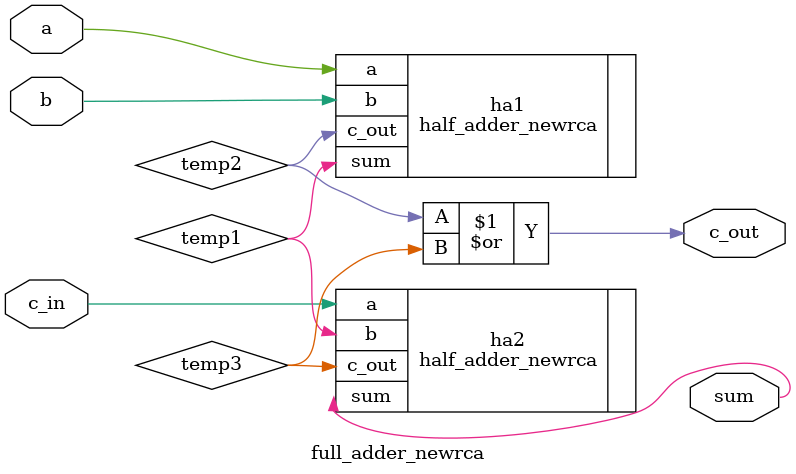
<source format=v>
`timescale 1ns / 1ps


module full_adder_newrca(
   input a, 
    input b, 
    input c_in, 
    output sum, 
    output c_out
    );     
    
    wire temp1, temp2, temp3;
    
    half_adder_newrca ha1(.a(a), .b(b), .sum(temp1), .c_out(temp2));
    half_adder_newrca ha2(.a(c_in), .b(temp1), .sum(sum), .c_out(temp3));
    
    or or1(c_out, temp2, temp3);
endmodule


</source>
